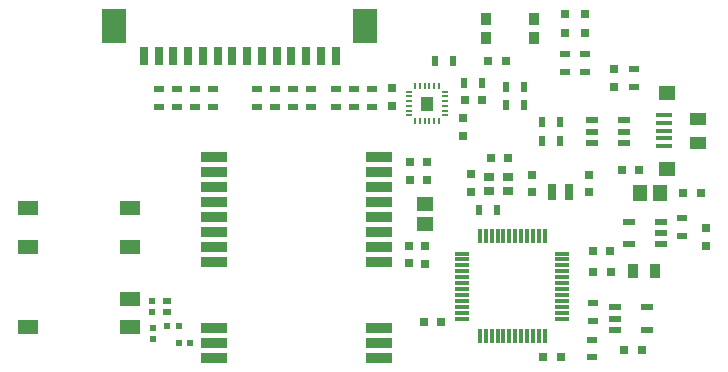
<source format=gtp>
G04*
G04 #@! TF.GenerationSoftware,Altium Limited,Altium Designer,19.0.14 (431)*
G04*
G04 Layer_Color=8421504*
%FSAX25Y25*%
%MOIN*%
G70*
G01*
G75*
%ADD20R,0.03937X0.02362*%
%ADD21R,0.01968X0.02362*%
%ADD22R,0.02362X0.03543*%
%ADD23R,0.00787X0.01968*%
%ADD24R,0.01968X0.00787*%
%ADD25R,0.04488X0.05118*%
%ADD26R,0.03150X0.03150*%
%ADD27R,0.03150X0.03150*%
%ADD28R,0.02441X0.02244*%
%ADD29R,0.02520X0.02362*%
%ADD30R,0.02244X0.02441*%
%ADD31R,0.07087X0.05118*%
%ADD32R,0.08661X0.03543*%
%ADD33R,0.08268X0.11811*%
%ADD34R,0.03150X0.06299*%
%ADD35R,0.03543X0.02362*%
%ADD36R,0.03543X0.05118*%
%ADD37R,0.05787X0.04685*%
%ADD38R,0.04685X0.05787*%
%ADD39R,0.03543X0.03937*%
%ADD40R,0.01181X0.04724*%
%ADD41R,0.04724X0.01181*%
%ADD42R,0.02953X0.05512*%
%ADD43R,0.03543X0.03150*%
%ADD44C,0.00039*%
%ADD45R,0.05512X0.04724*%
%ADD46R,0.05480X0.04102*%
%ADD47R,0.05512X0.01575*%
D20*
X0487272Y0372933D02*
D03*
Y0376673D02*
D03*
Y0380413D02*
D03*
X0476445D02*
D03*
Y0376673D02*
D03*
Y0372933D02*
D03*
X0499673Y0339173D02*
D03*
Y0342913D02*
D03*
Y0346654D02*
D03*
X0488846D02*
D03*
Y0339173D02*
D03*
X0484221Y0318110D02*
D03*
Y0314370D02*
D03*
Y0310630D02*
D03*
X0495047D02*
D03*
Y0318110D02*
D03*
D21*
X0338748Y0306299D02*
D03*
X0342685D02*
D03*
D22*
X0448000Y0385433D02*
D03*
X0453905D02*
D03*
X0448000Y0391488D02*
D03*
X0453905D02*
D03*
X0439929Y0393012D02*
D03*
X0434024D02*
D03*
X0424378Y0400295D02*
D03*
X0430283D02*
D03*
X0439043Y0350689D02*
D03*
X0444949D02*
D03*
X0460008Y0373445D02*
D03*
X0465913D02*
D03*
X0460008Y0379945D02*
D03*
X0465913D02*
D03*
D23*
X0417587Y0380118D02*
D03*
X0419161D02*
D03*
X0420736D02*
D03*
X0422311D02*
D03*
X0423886D02*
D03*
X0425461D02*
D03*
Y0391929D02*
D03*
X0423886D02*
D03*
X0422311D02*
D03*
X0420736D02*
D03*
X0419161D02*
D03*
X0417587D02*
D03*
D24*
X0427429Y0382087D02*
D03*
Y0383661D02*
D03*
Y0385236D02*
D03*
Y0386811D02*
D03*
Y0388386D02*
D03*
Y0389961D02*
D03*
X0415618D02*
D03*
Y0388386D02*
D03*
Y0386811D02*
D03*
Y0385236D02*
D03*
Y0383661D02*
D03*
Y0382087D02*
D03*
D25*
X0421524Y0386024D02*
D03*
D26*
X0434122Y0387303D02*
D03*
X0440028D02*
D03*
X0476839Y0330020D02*
D03*
X0482744D02*
D03*
X0476740Y0336731D02*
D03*
X0482646D02*
D03*
X0426346Y0313091D02*
D03*
X0420441D02*
D03*
X0466082Y0301673D02*
D03*
X0460177D02*
D03*
X0493276Y0303839D02*
D03*
X0487370D02*
D03*
X0441996Y0400295D02*
D03*
X0447902D02*
D03*
X0448689Y0367815D02*
D03*
X0442783D02*
D03*
X0492390Y0363779D02*
D03*
X0486484D02*
D03*
X0507055Y0356102D02*
D03*
X0512961D02*
D03*
D27*
X0410008Y0385236D02*
D03*
Y0391142D02*
D03*
X0433433Y0381102D02*
D03*
Y0375197D02*
D03*
X0421673Y0360500D02*
D03*
Y0366406D02*
D03*
X0415768Y0360500D02*
D03*
Y0366406D02*
D03*
X0421032Y0338583D02*
D03*
Y0332677D02*
D03*
X0415520Y0338681D02*
D03*
Y0332776D02*
D03*
X0475630Y0356459D02*
D03*
Y0362364D02*
D03*
X0456630Y0356458D02*
D03*
Y0362364D02*
D03*
X0436287Y0356693D02*
D03*
Y0362598D02*
D03*
X0483972Y0397441D02*
D03*
Y0391535D02*
D03*
X0514634Y0344390D02*
D03*
Y0338484D02*
D03*
X0467685Y0409646D02*
D03*
X0467685Y0415945D02*
D03*
X0474279Y0409646D02*
D03*
X0474279Y0415945D02*
D03*
D28*
X0330185Y0307598D02*
D03*
Y0311299D02*
D03*
X0329988Y0320256D02*
D03*
Y0316555D02*
D03*
D29*
X0334811Y0316425D02*
D03*
Y0320205D02*
D03*
D30*
X0338748Y0311910D02*
D03*
X0335047D02*
D03*
D31*
X0322409Y0311417D02*
D03*
Y0320866D02*
D03*
Y0338189D02*
D03*
Y0351181D02*
D03*
X0288551Y0311417D02*
D03*
Y0351181D02*
D03*
Y0338189D02*
D03*
D32*
X0350441Y0301279D02*
D03*
Y0306279D02*
D03*
Y0311280D02*
D03*
Y0333209D02*
D03*
Y0338209D02*
D03*
Y0343209D02*
D03*
Y0348209D02*
D03*
Y0353209D02*
D03*
Y0358209D02*
D03*
Y0363209D02*
D03*
Y0368209D02*
D03*
X0405559D02*
D03*
Y0363209D02*
D03*
Y0358209D02*
D03*
Y0353209D02*
D03*
Y0348209D02*
D03*
Y0343209D02*
D03*
X0405598Y0338209D02*
D03*
X0405559Y0333209D02*
D03*
Y0311280D02*
D03*
Y0306279D02*
D03*
Y0301279D02*
D03*
D33*
X0400976Y0411842D02*
D03*
X0317118D02*
D03*
D34*
X0391134Y0402000D02*
D03*
X0386213D02*
D03*
X0381291D02*
D03*
X0376370D02*
D03*
X0371449D02*
D03*
X0366528D02*
D03*
X0361606D02*
D03*
X0356685D02*
D03*
X0351764D02*
D03*
X0346843D02*
D03*
X0341921D02*
D03*
X0337000D02*
D03*
X0332079D02*
D03*
X0327157D02*
D03*
D35*
X0350165Y0385039D02*
D03*
Y0390945D02*
D03*
X0403315Y0390846D02*
D03*
Y0384941D02*
D03*
X0397311Y0384941D02*
D03*
Y0390846D02*
D03*
X0391209Y0390846D02*
D03*
Y0384941D02*
D03*
X0467685Y0396654D02*
D03*
Y0402559D02*
D03*
X0474378Y0396654D02*
D03*
Y0402559D02*
D03*
X0476543Y0301476D02*
D03*
Y0307382D02*
D03*
X0476839Y0319488D02*
D03*
Y0313583D02*
D03*
X0506465Y0341929D02*
D03*
Y0347835D02*
D03*
X0382842Y0385039D02*
D03*
Y0390945D02*
D03*
X0376839Y0385039D02*
D03*
Y0390945D02*
D03*
X0370835Y0385039D02*
D03*
Y0390945D02*
D03*
X0364831Y0385039D02*
D03*
Y0390945D02*
D03*
X0344161Y0385039D02*
D03*
Y0390945D02*
D03*
X0338158Y0385039D02*
D03*
Y0390945D02*
D03*
X0490421Y0391634D02*
D03*
Y0397539D02*
D03*
X0332079Y0385039D02*
D03*
Y0390945D02*
D03*
D36*
X0490224Y0330118D02*
D03*
X0497705D02*
D03*
D37*
X0420736Y0352579D02*
D03*
Y0345847D02*
D03*
D38*
X0499299Y0356102D02*
D03*
X0492567D02*
D03*
D39*
X0441083Y0414252D02*
D03*
X0457224D02*
D03*
Y0407953D02*
D03*
X0441083D02*
D03*
D40*
X0460811Y0341937D02*
D03*
X0458843D02*
D03*
X0456874D02*
D03*
X0454906D02*
D03*
X0452937D02*
D03*
X0450969D02*
D03*
X0449000D02*
D03*
X0447031D02*
D03*
X0445063D02*
D03*
X0443094D02*
D03*
X0441126D02*
D03*
X0439157D02*
D03*
Y0308472D02*
D03*
X0441126D02*
D03*
X0443094D02*
D03*
X0445063D02*
D03*
X0447031D02*
D03*
X0449000D02*
D03*
X0450969D02*
D03*
X0452937D02*
D03*
X0454906D02*
D03*
X0456874D02*
D03*
X0458843D02*
D03*
X0460811D02*
D03*
D41*
X0433252Y0336032D02*
D03*
Y0334063D02*
D03*
Y0332095D02*
D03*
Y0330126D02*
D03*
Y0328157D02*
D03*
Y0326189D02*
D03*
Y0324220D02*
D03*
Y0322252D02*
D03*
Y0320284D02*
D03*
Y0318315D02*
D03*
Y0316347D02*
D03*
Y0314378D02*
D03*
X0466716D02*
D03*
Y0316347D02*
D03*
Y0318315D02*
D03*
Y0320284D02*
D03*
Y0322252D02*
D03*
Y0324220D02*
D03*
Y0326189D02*
D03*
Y0328157D02*
D03*
Y0330126D02*
D03*
Y0332095D02*
D03*
Y0334063D02*
D03*
Y0336032D02*
D03*
D42*
X0463130Y0356705D02*
D03*
X0468838D02*
D03*
D43*
X0448689Y0361713D02*
D03*
X0442193D02*
D03*
Y0356791D02*
D03*
X0448689D02*
D03*
D44*
X0511500Y0316378D02*
D03*
X0506500Y0316063D02*
D03*
X0511500Y0321378D02*
D03*
X0506500D02*
D03*
X0511500Y0326378D02*
D03*
X0506500Y0326378D02*
D03*
D45*
X0501543Y0364370D02*
D03*
Y0389567D02*
D03*
D46*
X0511878Y0372933D02*
D03*
Y0381004D02*
D03*
D47*
X0500658Y0371850D02*
D03*
Y0379528D02*
D03*
Y0382087D02*
D03*
Y0376969D02*
D03*
Y0374409D02*
D03*
M02*

</source>
